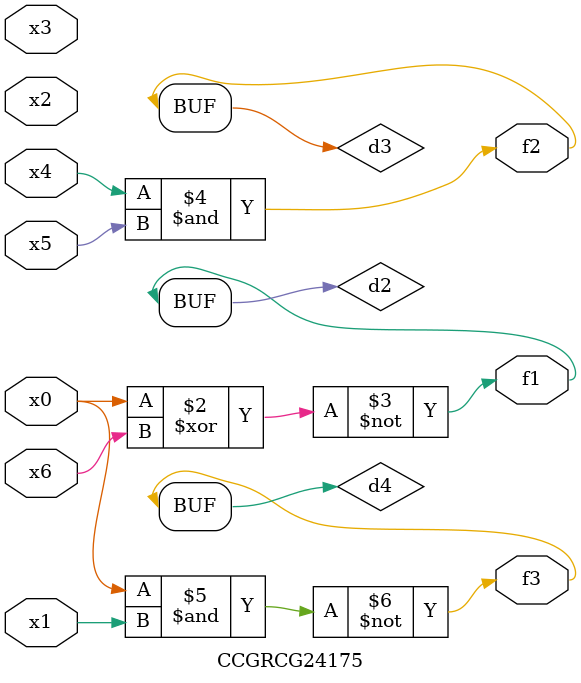
<source format=v>
module CCGRCG24175(
	input x0, x1, x2, x3, x4, x5, x6,
	output f1, f2, f3
);

	wire d1, d2, d3, d4;

	nor (d1, x0);
	xnor (d2, x0, x6);
	and (d3, x4, x5);
	nand (d4, x0, x1);
	assign f1 = d2;
	assign f2 = d3;
	assign f3 = d4;
endmodule

</source>
